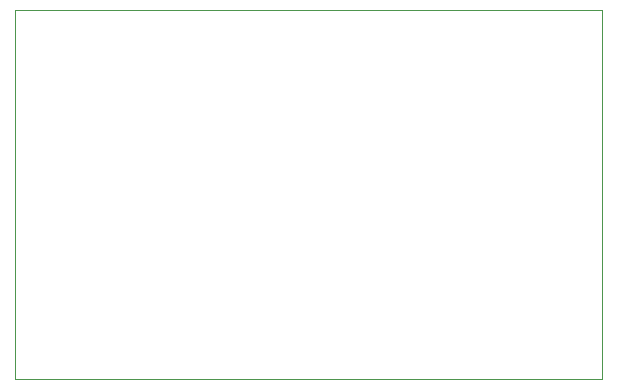
<source format=gko>
G04 Layer: BoardOutlineLayer*
G04 EasyEDA Pro v2.2.27.1, 2024-09-15 10:59:50*
G04 Gerber Generator version 0.3*
G04 Scale: 100 percent, Rotated: No, Reflected: No*
G04 Dimensions in millimeters*
G04 Leading zeros omitted, absolute positions, 3 integers and 5 decimals*
%TF.GenerationSoftware,KiCad,Pcbnew,8.0.8*%
%TF.CreationDate,2025-02-03T12:57:40+08:00*%
%TF.ProjectId,vibration_detection_v02,76696272-6174-4696-9f6e-5f6465746563,rev?*%
%TF.SameCoordinates,Original*%
%TF.FileFunction,Profile,NP*%
%FSLAX46Y46*%
G04 Gerber Fmt 4.6, Leading zero omitted, Abs format (unit mm)*
G04 Created by KiCad (PCBNEW 8.0.8) date 2025-02-03 12:57:40*
%MOMM*%
%LPD*%
G01*
G04 APERTURE LIST*
%TA.AperFunction,Profile*%
%ADD10C,0.050000*%
%TD*%
G04 APERTURE END LIST*
D10*
X123634500Y-120650000D02*
X123634500Y-89357200D01*
X123634500Y-89357200D02*
X173367700Y-89357200D01*
X173367700Y-89357200D02*
X173367700Y-120650000D01*
X173367700Y-120650000D02*
X123634500Y-120650000D01*
M02*

</source>
